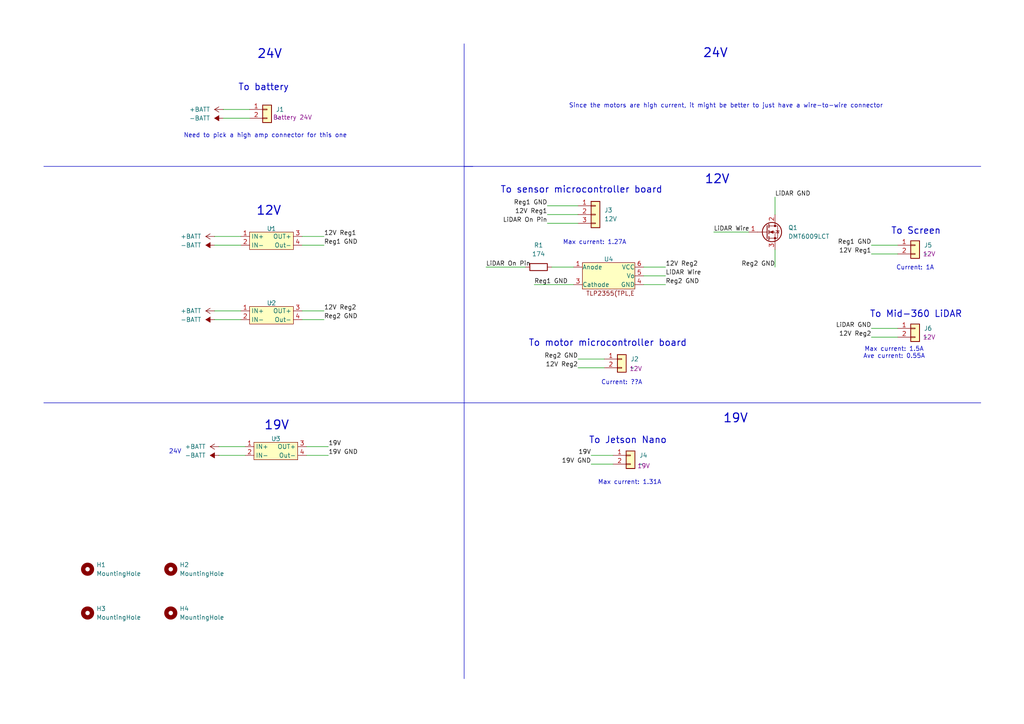
<source format=kicad_sch>
(kicad_sch (version 20231120) (generator "eeschema") (generator_version "8.0")
  (paper "A4")
  (title_block (title "Power Distribution Board") (date "2025-02-06") (rev "v1.0") (company "Lafyaette College") (comment 1 "By Robbie Leslie"))
  (lib_symbols
    (symbol "Connector_Generic:Conn_01x02" (pin_names (offset 1.016) hide)
      (property "Reference" "J" (at 0 2.54 0))
      (property "Value" "Conn_01x02" (at 0 -5.08 0))
      (symbol "Conn_01x02_1_1"
        (rectangle (start -1.27 -2.413) (end 0 -2.667) (stroke (width 0.1524)))
        (rectangle (start -1.27 0.127) (end 0 -0.127) (stroke (width 0.1524)))
        (rectangle (start -1.27 1.27) (end 1.27 -3.81) (stroke (width 0.254)) (fill (type background)))
        (pin passive line (at -5.08 0 0) (length 3.81) (name "Pin_1") (number "1"))
        (pin passive line (at -5.08 -2.54 0) (length 3.81) (name "Pin_2") (number "2"))
      )
    )
    (symbol "Connector_Generic:Conn_01x03" (pin_names (offset 1.016) hide)
      (property "Reference" "J" (at 0 5.08 0))
      (property "Value" "Conn_01x03" (at 0 -5.08 0))
      (symbol "Conn_01x03_1_1"
        (rectangle (start -1.27 -2.413) (end 0 -2.667) (stroke (width 0.1524)))
        (rectangle (start -1.27 0.127) (end 0 -0.127) (stroke (width 0.1524)))
        (rectangle (start -1.27 2.667) (end 0 2.413) (stroke (width 0.1524)))
        (rectangle (start -1.27 3.81) (end 1.27 -3.81) (stroke (width 0.254)) (fill (type background)))
        (pin passive line (at -5.08 2.54 0) (length 3.81) (name "Pin_1") (number "1"))
        (pin passive line (at -5.08 0 0) (length 3.81) (name "Pin_2") (number "2"))
        (pin passive line (at -5.08 -2.54 0) (length 3.81) (name "Pin_3") (number "3"))
      )
    )
    (symbol "Device:Q_NMOS_GDS" (pin_names (offset 0) hide)
      (property "Reference" "Q" (at 5.08 1.27 0))
      (property "Value" "Q_NMOS_GDS" (at 5.08 -1.27 0))
      (symbol "Q_NMOS_GDS_0_1"
        (polyline (pts (xy 0.254 0) (xy -2.54 0)))
        (polyline (pts (xy 0.254 1.905) (xy 0.254 -1.905)) (stroke (width 0.254)))
        (polyline (pts (xy 0.762 -1.27) (xy 0.762 -2.286)) (stroke (width 0.254)))
        (polyline (pts (xy 0.762 0.508) (xy 0.762 -0.508)) (stroke (width 0.254)))
        (polyline (pts (xy 0.762 2.286) (xy 0.762 1.27)) (stroke (width 0.254)))
        (polyline (pts (xy 2.54 2.54) (xy 2.54 1.778)))
        (polyline (pts (xy 2.54 -2.54) (xy 2.54 0) (xy 0.762 0)))
        (polyline (pts (xy 0.762 -1.778) (xy 3.302 -1.778) (xy 3.302 1.778) (xy 0.762 1.778)))
        (polyline (pts (xy 1.016 0) (xy 2.032 0.381) (xy 2.032 -0.381) (xy 1.016 0)) (fill (type outline)))
        (polyline (pts (xy 2.794 0.508) (xy 2.921 0.381) (xy 3.683 0.381) (xy 3.81 0.254)))
        (polyline (pts (xy 3.302 0.381) (xy 2.921 -0.254) (xy 3.683 -0.254) (xy 3.302 0.381)))
        (circle (center 1.651 0) (radius 2.794) (stroke (width 0.254)))
        (circle (center 2.54 -1.778) (radius 0.254) (fill (type outline)))
        (circle (center 2.54 1.778) (radius 0.254) (fill (type outline)))
      )
      (symbol "Q_NMOS_GDS_1_1"
        (pin input line (at -5.08 0 0) (length 2.54) (name "G") (number "1"))
        (pin passive line (at 2.54 5.08 270) (length 2.54) (name "D") (number "2"))
        (pin passive line (at 2.54 -5.08 90) (length 2.54) (name "S") (number "3"))
      )
    )
    (symbol "Device:R" (pin_numbers hide) (pin_names (offset 0))
      (property "Reference" "R" (at 2.032 0 90))
      (property "Value" "R" (at 0 0 90))
      (symbol "R_0_1"
        (rectangle (start -1.016 -2.54) (end 1.016 2.54) (stroke (width 0.254)))
      )
      (symbol "R_1_1"
        (pin passive line (at 0 3.81 270) (length 1.27) (name "~") (number "1"))
        (pin passive line (at 0 -3.81 90) (length 1.27) (name "~") (number "2"))
      )
    )
    (symbol "Mechanical:MountingHole" (pin_names (offset 1.016)) (exclude_from_sim yes) (in_bom no)
      (property "Reference" "H" (at 0 5.08 0))
      (property "Value" "MountingHole" (at 0 3.175 0))
      (symbol "MountingHole_0_1"
        (circle (center 0 0) (radius 1.27) (stroke (width 1.27)))
      )
    )
    (symbol "OptoIsolators:TLP2355(TPL,E" (pin_names (offset 0.002))
      (property "Reference" "U" (at 0 4.826 0))
      (symbol "TLP2355(TPL,E_1_1"
        (rectangle (start -7.62 3.81) (end 7.62 -3.81) (fill (type background)))
        (text "TLP2355(TPL,E" (at 0.508 -5.08 0) (effects (font (size 1.27 1.27))))
        (pin input line (at -10.16 2.54 0) (length 2.54) (name "Anode") (number "1"))
        (pin input line (at -10.16 -2.54 0) (length 2.54) (name "Cathode") (number "3"))
        (pin input line (at 10.16 -2.54 180) (length 2.54) (name "GND") (number "4"))
        (pin output line (at 10.16 0 180) (length 2.54) (name "Vo") (number "5"))
        (pin input line (at 10.16 2.54 180) (length 2.54) (name "VCC") (number "6"))
      )
    )
    (symbol "Regulator_Boards:LM2596"
      (property "Reference" "U" (at 0 3.556 0))
      (symbol "LM2596_1_1"
        (rectangle (start -6.35 2.54) (end 6.35 -2.54) (fill (type background)))
        (pin input line (at -8.89 1.27 0) (length 2.54) (name "IN+") (number "1"))
        (pin input line (at -8.89 -1.27 0) (length 2.54) (name "IN-") (number "2"))
        (pin output line (at 8.89 1.27 180) (length 2.54) (name "OUT+") (number "3"))
        (pin output line (at 8.89 -1.27 180) (length 2.54) (name "Out-") (number "4"))
      )
    )
    (symbol "power:+BATT" (power) (pin_numbers hide) (pin_names (offset 0) hide)
      (property "Value" "+BATT" (at 0 3.556 0))
      (symbol "+BATT_0_1"
        (polyline (pts (xy -0.762 1.27) (xy 0 2.54)))
        (polyline (pts (xy 0 0) (xy 0 2.54)))
        (polyline (pts (xy 0 2.54) (xy 0.762 1.27)))
      )
      (symbol "+BATT_1_1"
        (pin power_in line (at 0 0 90) (length 0) (name "~") (number "1"))
      )
    )
    (symbol "power:-BATT" (power) (pin_numbers hide) (pin_names (offset 0) hide)
      (property "Value" "-BATT" (at 0 3.556 0))
      (symbol "-BATT_0_1"
        (polyline (pts (xy 0 0) (xy 0 2.54)))
        (polyline (pts (xy 0.762 1.27) (xy -0.762 1.27) (xy 0 2.54) (xy 0.762 1.27)) (fill (type outline)))
      )
      (symbol "-BATT_1_1"
        (pin power_in line (at 0 0 90) (length 0) (name "~") (number "1"))
      )
    )
  )
  (polyline (pts (xy 134.62 12.7) (xy 134.62 48.26)))
  (wire (pts (xy 252.73 71.12) (xy 260.35 71.12)))
  (wire (pts (xy 87.63 92.71) (xy 93.98 92.71)))
  (wire (pts (xy 158.75 59.69) (xy 167.64 59.69)))
  (wire (pts (xy 167.64 64.77) (xy 158.75 64.77)))
  (wire (pts (xy 207.01 67.31) (xy 217.17 67.31)))
  (wire (pts (xy 63.5 129.54) (xy 71.12 129.54)))
  (wire (pts (xy 186.69 82.55) (xy 193.04 82.55)))
  (wire (pts (xy 88.9 132.08) (xy 95.25 132.08)))
  (wire (pts (xy 252.73 73.66) (xy 260.35 73.66)))
  (wire (pts (xy 177.8 134.62) (xy 171.45 134.62)))
  (wire (pts (xy 224.79 72.39) (xy 224.79 77.47)))
  (wire (pts (xy 62.23 90.17) (xy 69.85 90.17)))
  (wire (pts (xy 177.8 132.08) (xy 171.45 132.08)))
  (wire (pts (xy 62.23 92.71) (xy 69.85 92.71)))
  (wire (pts (xy 167.64 106.68) (xy 175.26 106.68)))
  (polyline (pts (xy 12.7 48.26) (xy 284.48 48.26)))
  (wire (pts (xy 224.79 57.15) (xy 224.79 62.23)))
  (wire (pts (xy 186.69 80.01) (xy 193.04 80.01)))
  (wire (pts (xy 158.75 62.23) (xy 167.64 62.23)))
  (wire (pts (xy 160.02 77.47) (xy 166.37 77.47)))
  (polyline (pts (xy 137.16 48.26) (xy 134.62 48.26)))
  (wire (pts (xy 64.77 34.29) (xy 72.39 34.29)))
  (wire (pts (xy 154.94 82.55) (xy 166.37 82.55)))
  (wire (pts (xy 252.73 95.25) (xy 260.35 95.25)))
  (wire (pts (xy 186.69 77.47) (xy 193.04 77.47)))
  (wire (pts (xy 87.63 90.17) (xy 93.98 90.17)))
  (wire (pts (xy 252.73 97.79) (xy 260.35 97.79)))
  (wire (pts (xy 63.5 132.08) (xy 71.12 132.08)))
  (wire (pts (xy 140.97 77.47) (xy 152.4 77.47)))
  (polyline (pts (xy 134.62 48.26) (xy 134.62 196.85)))
  (wire (pts (xy 87.63 71.12) (xy 93.98 71.12)))
  (wire (pts (xy 62.23 71.12) (xy 69.85 71.12)))
  (wire (pts (xy 64.77 31.75) (xy 72.39 31.75)))
  (wire (pts (xy 87.63 68.58) (xy 93.98 68.58)))
  (polyline (pts (xy 12.7 116.84) (xy 284.48 116.84)))
  (wire (pts (xy 167.64 104.14) (xy 175.26 104.14)))
  (wire (pts (xy 62.23 68.58) (xy 69.85 68.58)))
  (wire (pts (xy 88.9 129.54) (xy 95.25 129.54)))
  (text "Current: 1A" (at 265.43 77.724 0) (effects (font (size 1.27 1.27))))
  (text "24V" (at 50.8 131.064 0) (effects (font (size 1.27 1.27))))
  (text "To Jetson Nano" (at 182.118 127.762 0) (effects (font (size 1.905 1.905) (thickness 0.2381))))
  (text "To battery" (at 76.454 25.4 0) (effects (font (size 1.905 1.905) (thickness 0.2381))))
  (text "19V" (at 213.36 121.412 0) (effects (font (size 2.54 2.54) (thickness 0.3175))))
  (text "12V" (at 208.026 52.07 0) (effects (font (size 2.54 2.54) (thickness 0.3175))))
  (text "19V" (at 80.264 123.444 0) (effects (font (size 2.54 2.54) (thickness 0.3175))))
  (text "Max current: 1.27A" (at 172.466 70.358 0) (effects (font (size 1.27 1.27))))
  (text "24V" (at 78.232 15.748 0) (effects (font (size 2.54 2.54) (thickness 0.3175))))
  (text "Since the motors are high current, it might be better to just have a wire-to-wire connector" (at 210.566 30.734 0) (effects (font (size 1.27 1.27))))
  (text "To sensor microcontroller board" (at 168.656 55.118 0) (effects (font (size 1.905 1.905) (thickness 0.2381))))
  (text "12V" (at 77.978 61.214 0) (effects (font (size 2.54 2.54) (thickness 0.3175))))
  (text "To motor microcontroller board" (at 176.276 99.568 0) (effects (font (size 1.905 1.905) (thickness 0.2381))))
  (text "To Mid-360 LiDAR\n" (at 265.684 91.186 0) (effects (font (size 1.905 1.905) (thickness 0.2381))))
  (text "Need to pick a high amp connector for this one" (at 76.962 39.37 0) (effects (font (size 1.27 1.27))))
  (text "To Screen\n" (at 265.684 67.056 0) (effects (font (size 1.905 1.905) (thickness 0.2381))))
  (text "24V" (at 207.518 15.494 0) (effects (font (size 2.54 2.54) (thickness 0.3175))))
  (text "Current: ??A" (at 180.34 110.998 0) (effects (font (size 1.27 1.27))))
  (text "Max current: 1.5A\nAve current: 0.55A" (at 259.334 102.362 0) (effects (font (size 1.27 1.27))))
  (text "Max current: 1.31A" (at 182.626 139.954 0) (effects (font (size 1.27 1.27))))
  (label "Reg2 GND" (at 193.04 82.55 0))
  (label "12V Reg2" (at 252.73 97.79 180))
  (label "12V Reg1" (at 158.75 62.23 180))
  (label "19V GND" (at 95.25 132.08 0))
  (label "19V GND" (at 171.45 134.62 180))
  (label "Reg2 GND" (at 93.98 92.71 0))
  (label "12V Reg1" (at 93.98 68.58 0))
  (label "19V" (at 171.45 132.08 180) (effects (font (thickness 0.1588))))
  (label "19V" (at 95.25 129.54 0) (effects (font (thickness 0.1588))))
  (label "12V Reg2" (at 93.98 90.17 0))
  (label "LiDAR On Pin" (at 140.97 77.47 0))
  (label "12V Reg2" (at 193.04 77.47 0))
  (label "12V Reg1" (at 252.73 73.66 180))
  (label "Reg2 GND" (at 224.79 77.47 180))
  (label "LiDAR GND" (at 224.79 57.15 0))
  (label "LiDAR Wire" (at 207.01 67.31 0))
  (label "12V Reg2" (at 167.64 106.68 180))
  (label "Reg1 GND" (at 252.73 71.12 180))
  (label "Reg1 GND" (at 154.94 82.55 0))
  (label "Reg1 GND" (at 158.75 59.69 180))
  (label "LiDAR Wire" (at 193.04 80.01 0))
  (label "LiDAR On Pin" (at 158.75 64.77 180))
  (label "Reg2 GND" (at 167.64 104.14 180))
  (label "Reg1 GND" (at 93.98 71.12 0))
  (label "LiDAR GND" (at 252.73 95.25 180))
  (symbol (lib_id "power:-BATT") (at 63.5 132.08 90) (unit 1)
    (property "Reference" "#PWR06" (effects (hide yes)))
    (property "Value" "-BATT" (at 59.69 132.0799 90) (effects (justify left)))
    (property "Description" "Power symbol creates a global label with name \"-BATT\"" (effects (hide yes)))
  )
  (symbol (lib_id "Mechanical:MountingHole") (at 25.4 165.1 0) (unit 1) (exclude_from_sim yes) (in_bom no)
    (property "Reference" "H1" (at 27.94 163.8299 0) (effects (justify left)))
    (property "Value" "MountingHole" (at 27.94 166.3699 0) (effects (justify left)))
    (property "Footprint" "MountingHole:MountingHole_3.2mm_M3_ISO7380_Pad" (effects (hide yes)))
    (property "Description" "Mounting Hole without connection" (effects (hide yes)))
  )
  (symbol (lib_id "Connector_Generic:Conn_01x02") (at 77.47 31.75 0) (unit 1)
    (property "Reference" "J1" (at 80.01 31.7499 0) (effects (justify left)))
    (property "Value" "~" (at 80.01 34.2899 0) (effects (justify left)))
    (property "Footprint" "Connector_Molex:Molex_Mini-Fit_Jr_5566-02A_2x01_P4.20mm_Vertical" (effects (hide yes)))
    (property "Description" "Generic connector, single row, 01x02, script generated (kicad-library-utils/schlib/autogen/connector/)" (effects (hide yes)))
    (property "Header" "Battery 24V" (at 84.836 34.036 0))
    (property "Manufacturer Part Number" "0039290023" (effects (hide yes)))
    (property "Connects To" "24V Battery" (effects (hide yes)))
  )
  (symbol (lib_id "Mechanical:MountingHole") (at 49.53 165.1 0) (unit 1) (exclude_from_sim yes) (in_bom no)
    (property "Reference" "H2" (at 52.07 163.8299 0) (effects (justify left)))
    (property "Value" "MountingHole" (at 52.07 166.3699 0) (effects (justify left)))
    (property "Footprint" "MountingHole:MountingHole_3.2mm_M3_ISO7380_Pad" (effects (hide yes)))
    (property "Description" "Mounting Hole without connection" (effects (hide yes)))
  )
  (symbol (lib_id "power:+BATT") (at 62.23 90.17 90) (unit 1)
    (property "Reference" "#PWR03" (effects (hide yes)))
    (property "Value" "+BATT" (at 58.42 90.1699 90) (effects (justify left)))
    (property "Description" "Power symbol creates a global label with name \"+BATT\"" (effects (hide yes)))
  )
  (symbol (lib_id "Mechanical:MountingHole") (at 25.4 177.8 0) (unit 1) (exclude_from_sim yes) (in_bom no)
    (property "Reference" "H3" (at 27.94 176.5299 0) (effects (justify left)))
    (property "Value" "MountingHole" (at 27.94 179.0699 0) (effects (justify left)))
    (property "Footprint" "MountingHole:MountingHole_3.2mm_M3_ISO7380_Pad" (effects (hide yes)))
    (property "Description" "Mounting Hole without connection" (effects (hide yes)))
  )
  (symbol (lib_id "Mechanical:MountingHole") (at 49.53 177.8 0) (unit 1) (exclude_from_sim yes) (in_bom no)
    (property "Reference" "H4" (at 52.07 176.5299 0) (effects (justify left)))
    (property "Value" "MountingHole" (at 52.07 179.0699 0) (effects (justify left)))
    (property "Footprint" "MountingHole:MountingHole_3.2mm_M3_ISO7380_Pad" (effects (hide yes)))
    (property "Description" "Mounting Hole without connection" (effects (hide yes)))
  )
  (symbol (lib_id "Regulator_Boards:LM2596") (at 78.74 69.85 0) (unit 1)
    (property "Reference" "U1" (at 78.74 66.294 0))
    (property "Value" "~" (at 78.74 66.04 0))
    (property "Footprint" "Regulator_Boards:LM2596" (effects (hide yes)))
  )
  (symbol (lib_id "power:-BATT") (at 64.77 34.29 90) (unit 1)
    (property "Reference" "#PWR08" (effects (hide yes)))
    (property "Value" "-BATT" (at 60.96 34.2899 90) (effects (justify left)))
    (property "Description" "Power symbol creates a global label with name \"-BATT\"" (effects (hide yes)))
  )
  (symbol (lib_id "Regulator_Boards:LM2596") (at 80.01 130.81 0) (unit 1)
    (property "Reference" "U3" (at 80.01 127.254 0))
    (property "Value" "~" (at 80.01 127 0))
    (property "Footprint" "Regulator_Boards:LM2596" (effects (hide yes)))
  )
  (symbol (lib_id "Device:R") (at 156.21 77.47 90) (unit 1)
    (property "Reference" "R1" (at 156.21 71.12 90))
    (property "Value" "174" (at 156.21 73.66 90))
    (property "Footprint" "Resistor_SMD:R_0805_2012Metric" (effects (hide yes)))
    (property "Description" "Resistor" (effects (hide yes)))
    (property "Manufacturer Part Number" "RC0805FR-07174RL" (effects (hide yes)))
  )
  (symbol (lib_id "power:-BATT") (at 62.23 71.12 90) (unit 1)
    (property "Reference" "#PWR02" (effects (hide yes)))
    (property "Value" "-BATT" (at 58.42 71.1199 90) (effects (justify left)))
    (property "Description" "Power symbol creates a global label with name \"-BATT\"" (effects (hide yes)))
  )
  (symbol (lib_id "power:+BATT") (at 64.77 31.75 90) (unit 1)
    (property "Reference" "#PWR07" (effects (hide yes)))
    (property "Value" "+BATT" (at 60.96 31.7499 90) (effects (justify left)))
    (property "Description" "Power symbol creates a global label with name \"+BATT\"" (effects (hide yes)))
  )
  (symbol (lib_id "Connector_Generic:Conn_01x02") (at 182.88 132.08 0) (unit 1)
    (property "Reference" "J4" (at 185.42 132.0799 0) (effects (justify left)))
    (property "Value" "~" (at 185.42 134.6199 0) (effects (justify left)))
    (property "Footprint" "Connector_JST:JST_XH_S2B-XH-A_1x02_P2.50mm_Horizontal" (effects (hide yes)))
    (property "Description" "Generic connector, single row, 01x02, script generated (kicad-library-utils/schlib/autogen/connector/)" (effects (hide yes)))
    (property "Manufacturer Part Number" "S2B-XH-A-1" (effects (hide yes)))
    (property "Header Connection" "19V" (at 186.69 135.128 0))
    (property "Connects To" "Jetson Nano" (effects (hide yes)))
  )
  (symbol (lib_id "Connector_Generic:Conn_01x03") (at 172.72 62.23 0) (unit 1)
    (property "Reference" "J3" (at 175.26 60.9599 0) (effects (justify left)))
    (property "Value" "12V" (at 175.26 63.4999 0) (effects (justify left)))
    (property "Footprint" "Connector_JST:JST_PH_S3B-PH-SM4-TB_1x03-1MP_P2.00mm_Horizontal" (effects (hide yes)))
    (property "Description" "Generic connector, single row, 01x03, script generated (kicad-library-utils/schlib/autogen/connector/)" (effects (hide yes)))
  )
  (symbol (lib_id "Connector_Generic:Conn_01x02") (at 180.34 104.14 0) (unit 1)
    (property "Reference" "J2" (at 182.88 104.1399 0) (effects (justify left)))
    (property "Value" "~" (at 182.88 106.6799 0) (effects (justify left)))
    (property "Footprint" "Connector_JST:JST_PH_S2B-PH-SM4-TB_1x02-1MP_P2.00mm_Horizontal" (effects (hide yes)))
    (property "Description" "Generic connector, single row, 01x02, script generated (kicad-library-utils/schlib/autogen/connector/)" (effects (hide yes)))
    (property "Manufacturer Part Number" "S2B-PH-SM4-TB" (effects (hide yes)))
    (property "Header Connection" "12V" (at 184.404 106.934 0))
    (property "Connects To" "Motor Microcontroller" (effects (hide yes)))
  )
  (symbol (lib_id "Device:Q_NMOS_GDS") (at 222.25 67.31 0) (unit 1)
    (property "Reference" "Q1" (at 228.6 66.0399 0) (effects (justify left)))
    (property "Value" "DMT6009LCT" (at 228.6 68.5799 0) (effects (justify left)))
    (property "Footprint" "Package_TO_SOT_THT:TO-220-3_Vertical" (effects (hide yes)))
    (property "Description" "N-MOSFET transistor, gate/drain/source" (effects (hide yes)))
    (property "Manufacturer Part Number" "DMT6009LCT" (effects (hide yes)))
  )
  (symbol (lib_id "power:+BATT") (at 62.23 68.58 90) (unit 1)
    (property "Reference" "#PWR01" (effects (hide yes)))
    (property "Value" "+BATT" (at 58.42 68.5799 90) (effects (justify left)))
    (property "Description" "Power symbol creates a global label with name \"+BATT\"" (effects (hide yes)))
  )
  (symbol (lib_id "OptoIsolators:TLP2355(TPL,E") (at 176.53 80.01 0) (unit 1)
    (property "Reference" "U4" (at 176.53 75.184 0))
    (property "Value" "Optoisolators" (effects (hide yes)))
    (property "Footprint" "Package_SO:SO-5-6_4.55x3.7mm_P1.27mm" (effects (hide yes)))
    (property "Manufacturer Part Number" "TLP2355(TPL,E" (effects (hide yes)))
  )
  (symbol (lib_id "power:+BATT") (at 63.5 129.54 90) (unit 1)
    (property "Reference" "#PWR05" (effects (hide yes)))
    (property "Value" "+BATT" (at 59.69 129.5399 90) (effects (justify left)))
    (property "Description" "Power symbol creates a global label with name \"+BATT\"" (effects (hide yes)))
  )
  (symbol (lib_id "power:-BATT") (at 62.23 92.71 90) (unit 1)
    (property "Reference" "#PWR04" (effects (hide yes)))
    (property "Value" "-BATT" (at 58.42 92.7099 90) (effects (justify left)))
    (property "Description" "Power symbol creates a global label with name \"-BATT\"" (effects (hide yes)))
  )
  (symbol (lib_id "Connector_Generic:Conn_01x02") (at 265.43 95.25 0) (unit 1)
    (property "Reference" "J6" (at 267.97 95.2499 0) (effects (justify left)))
    (property "Value" "~" (at 267.97 97.7899 0) (effects (justify left)))
    (property "Footprint" "Connector_JST:JST_XH_S2B-XH-A_1x02_P2.50mm_Horizontal" (effects (hide yes)))
    (property "Description" "Generic connector, single row, 01x02, script generated (kicad-library-utils/schlib/autogen/connector/)" (effects (hide yes)))
    (property "Header" "12V" (at 269.494 97.79 0))
    (property "Manufacturer Part Number" "S2B-XH-A-1" (effects (hide yes)))
    (property "Connects To" "LiDAR" (effects (hide yes)))
  )
  (symbol (lib_id "Regulator_Boards:LM2596") (at 78.74 91.44 0) (unit 1)
    (property "Reference" "U2" (at 78.74 87.884 0))
    (property "Value" "~" (at 78.74 87.63 0))
    (property "Footprint" "Regulator_Boards:LM2596" (effects (hide yes)))
  )
  (symbol (lib_id "Connector_Generic:Conn_01x02") (at 265.43 71.12 0) (unit 1)
    (property "Reference" "J5" (at 267.97 71.1199 0) (effects (justify left)))
    (property "Value" "~" (at 267.97 73.6599 0) (effects (justify left)))
    (property "Footprint" "Connector_JST:JST_XH_S2B-XH-A_1x02_P2.50mm_Horizontal" (effects (hide yes)))
    (property "Description" "Generic connector, single row, 01x02, script generated (kicad-library-utils/schlib/autogen/connector/)" (effects (hide yes)))
    (property "Header" "12V" (at 269.494 73.66 0))
    (property "Manufacturer Part Number" "S2B-XH-A-1" (effects (hide yes)))
    (property "Connects To" "Screen" (effects (hide yes)))
  )
)
</source>
